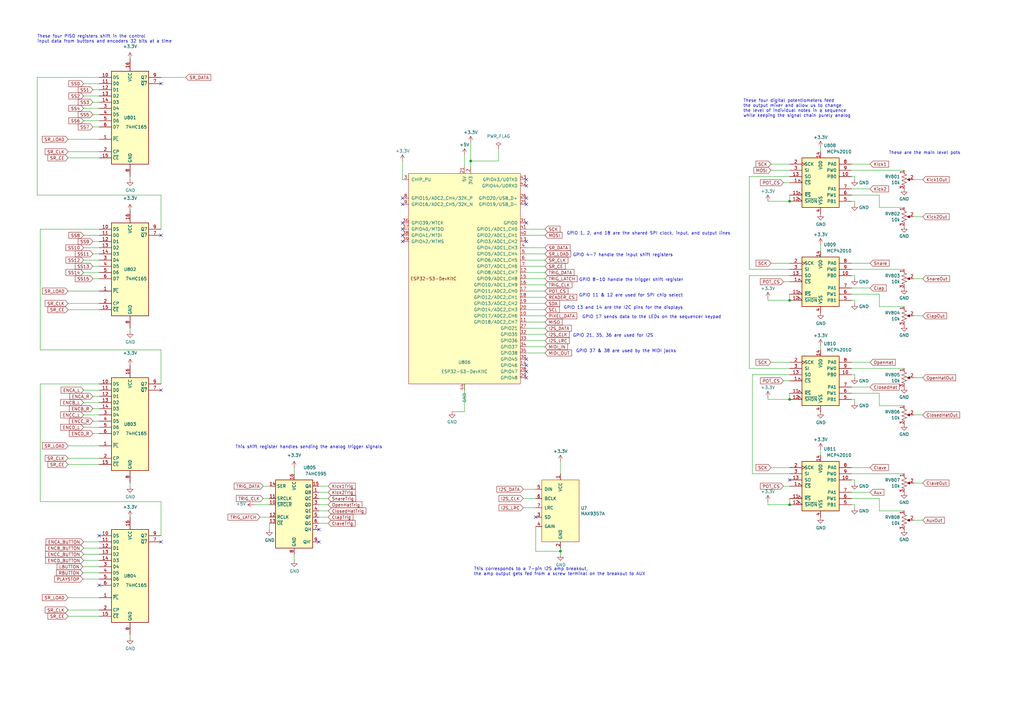
<source format=kicad_sch>
(kicad_sch (version 20230121) (generator eeschema)
  (paper "A3")
  (lib_symbols
    (symbol "74xx:74HC165"
      (property "Reference" "U" (at -7.62 19.05 0))
      (property "Value" "74HC165" (at -7.62 -21.59 0))
      (symbol "74HC165_1_0"
        (pin input line (at -12.7 -10.16 0) (length 5.08) (name "~{PL}") (number "1"))
        (pin input line (at -12.7 15.24 0) (length 5.08) (name "DS") (number "10"))
        (pin input line (at -12.7 12.7 0) (length 5.08) (name "D0") (number "11"))
        (pin input line (at -12.7 10.16 0) (length 5.08) (name "D1") (number "12"))
        (pin input line (at -12.7 7.62 0) (length 5.08) (name "D2") (number "13"))
        (pin input line (at -12.7 5.08 0) (length 5.08) (name "D3") (number "14"))
        (pin input line (at -12.7 -17.78 0) (length 5.08) (name "~{CE}") (number "15"))
        (pin power_in line (at 0 22.86 270) (length 5.08) (name "VCC") (number "16"))
        (pin input line (at -12.7 -15.24 0) (length 5.08) (name "CP") (number "2"))
        (pin input line (at -12.7 2.54 0) (length 5.08) (name "D4") (number "3"))
        (pin input line (at -12.7 0 0) (length 5.08) (name "D5") (number "4"))
        (pin input line (at -12.7 -2.54 0) (length 5.08) (name "D6") (number "5"))
        (pin input line (at -12.7 -5.08 0) (length 5.08) (name "D7") (number "6"))
        (pin output line (at 12.7 12.7 180) (length 5.08) (name "~{Q7}") (number "7"))
        (pin power_in line (at 0 -25.4 90) (length 5.08) (name "GND") (number "8"))
        (pin output line (at 12.7 15.24 180) (length 5.08) (name "Q7") (number "9"))
      )
      (symbol "74HC165_1_1"
        (rectangle (start -7.62 17.78) (end 7.62 -20.32) (stroke (width 0.254)) (fill (type background)))
      )
    )
    (symbol "74xx:74HC595"
      (property "Reference" "U" (at -7.62 13.97 0))
      (property "Value" "74HC595" (at -7.62 -16.51 0))
      (symbol "74HC595_1_0"
        (pin tri_state line (at 10.16 7.62 180) (length 2.54) (name "QB") (number "1"))
        (pin input line (at -10.16 2.54 0) (length 2.54) (name "~{SRCLR}") (number "10"))
        (pin input line (at -10.16 5.08 0) (length 2.54) (name "SRCLK") (number "11"))
        (pin input line (at -10.16 -2.54 0) (length 2.54) (name "RCLK") (number "12"))
        (pin input line (at -10.16 -5.08 0) (length 2.54) (name "~{OE}") (number "13"))
        (pin input line (at -10.16 10.16 0) (length 2.54) (name "SER") (number "14"))
        (pin tri_state line (at 10.16 10.16 180) (length 2.54) (name "QA") (number "15"))
        (pin power_in line (at 0 15.24 270) (length 2.54) (name "VCC") (number "16"))
        (pin tri_state line (at 10.16 5.08 180) (length 2.54) (name "QC") (number "2"))
        (pin tri_state line (at 10.16 2.54 180) (length 2.54) (name "QD") (number "3"))
        (pin tri_state line (at 10.16 0 180) (length 2.54) (name "QE") (number "4"))
        (pin tri_state line (at 10.16 -2.54 180) (length 2.54) (name "QF") (number "5"))
        (pin tri_state line (at 10.16 -5.08 180) (length 2.54) (name "QG") (number "6"))
        (pin tri_state line (at 10.16 -7.62 180) (length 2.54) (name "QH") (number "7"))
        (pin power_in line (at 0 -17.78 90) (length 2.54) (name "GND") (number "8"))
        (pin output line (at 10.16 -12.7 180) (length 2.54) (name "QH'") (number "9"))
      )
      (symbol "74HC595_1_1"
        (rectangle (start -7.62 12.7) (end 7.62 -15.24) (stroke (width 0.254)) (fill (type background)))
      )
    )
    (symbol "Device:R_Potentiometer_US" (pin_names (offset 1.016) hide)
      (property "Reference" "RV" (at -4.445 0 90))
      (property "Value" "R_Potentiometer_US" (at -2.54 0 90))
      (symbol "R_Potentiometer_US_0_1"
        (polyline (pts (xy 0 -2.286) (xy 0 -2.54)))
        (polyline (pts (xy 0 2.54) (xy 0 2.286)))
        (polyline (pts (xy 2.54 0) (xy 1.524 0)))
        (polyline (pts (xy 1.143 0) (xy 2.286 0.508) (xy 2.286 -0.508) (xy 1.143 0)) (fill (type outline)))
        (polyline (pts (xy 0 -0.762) (xy 1.016 -1.143) (xy 0 -1.524) (xy -1.016 -1.905) (xy 0 -2.286)))
        (polyline (pts (xy 0 0.762) (xy 1.016 0.381) (xy 0 0) (xy -1.016 -0.381) (xy 0 -0.762)))
        (polyline (pts (xy 0 2.286) (xy 1.016 1.905) (xy 0 1.524) (xy -1.016 1.143) (xy 0 0.762)))
      )
      (symbol "R_Potentiometer_US_1_1"
        (pin passive line (at 0 3.81 270) (length 1.27) (name "1") (number "1"))
        (pin passive line (at 3.81 0 180) (length 1.27) (name "2") (number "2"))
        (pin passive line (at 0 -3.81 90) (length 1.27) (name "3") (number "3"))
      )
    )
    (symbol "ESP808-rescue:MAX9357A-Audio" (pin_names (offset 1.016))
      (property "Reference" "U" (at 0 0 0))
      (property "Value" "Audio_MAX9357A" (at 0 2.54 0))
      (symbol "MAX9357A-Audio_0_1"
        (rectangle (start -7.62 -7.62) (end 7.62 -33.02) (fill (type background)))
      )
      (symbol "MAX9357A-Audio_1_1"
        (pin input line (at 0 -5.08 270) (length 2.54) (name "VCC") (number "1"))
        (pin input line (at 0 -35.56 90) (length 2.54) (name "GND") (number "2"))
        (pin input line (at -10.16 -22.86 0) (length 2.54) (name "SD") (number "3"))
        (pin input line (at -10.16 -26.67 0) (length 2.54) (name "GAIN") (number "4"))
        (pin unspecified line (at -10.16 -11.43 0) (length 2.54) (name "DIN") (number "5"))
        (pin input line (at -10.16 -15.24 0) (length 2.54) (name "BCLK") (number "6"))
        (pin input line (at -10.16 -19.05 0) (length 2.54) (name "LRC") (number "7"))
      )
    )
    (symbol "PCM_4ms_Power-symbol:PWR_FLAG" (power) (pin_numbers hide) (pin_names (offset 0) hide)
      (property "Value" "PWR_FLAG" (at 0 3.81 0))
      (symbol "PWR_FLAG_0_0"
        (pin power_out line (at 0 0 90) (length 0) (name "pwr") (number "1"))
      )
      (symbol "PWR_FLAG_0_1"
        (polyline (pts (xy 0 0) (xy 0 1.27) (xy -1.016 1.905) (xy 0 2.54) (xy 1.016 1.905) (xy 0 1.27)))
      )
    )
    (symbol "PCM_Espressif:ESP32-S3-DevKitC" (pin_names (offset 1.016))
      (property "Reference" "U" (at -22.86 48.26 0))
      (property "Value" "ESP32-S3-DevKitC" (at -22.86 45.72 0))
      (symbol "ESP32-S3-DevKitC_0_0"
        (text "ESP32-S3-DevKitC" (at -12.7 0 0) (effects (font (size 1.27 1.27))))
        (pin bidirectional line (at 25.4 -35.56 180) (length 2.54) (name "GPIO46") (number "14"))
        (pin bidirectional line (at 25.4 -10.16 180) (length 2.54) (name "GPIO13/ADC2_CH2") (number "19"))
        (pin bidirectional line (at -25.4 15.24 0) (length 2.54) (name "GPIO42/MTMS") (number "39"))
        (pin bidirectional line (at 25.4 17.78 180) (length 2.54) (name "GPIO2/ADC1_CH1") (number "40"))
        (pin bidirectional line (at 25.4 20.32 180) (length 2.54) (name "GPIO1/ADC1_CH0") (number "41"))
        (pin bidirectional line (at 25.4 38.1 180) (length 2.54) (name "GPIO44/U0RXD") (number "42"))
        (pin bidirectional line (at 25.4 40.64 180) (length 2.54) (name "GPIO43/U0TXD") (number "43"))
        (pin power_in line (at 0 -43.18 270) (length 2.54) (name "GND") (number "44"))
      )
      (symbol "ESP32-S3-DevKitC_0_1"
        (rectangle (start -22.86 43.18) (end 22.86 -43.18) (fill (type background)))
        (pin power_in line (at 2.54 45.72 270) (length 2.54) (name "3V3") (number "2"))
      )
      (symbol "ESP32-S3-DevKitC_1_1"
        (pin passive line (at 2.54 45.72 270) (length 2.54) hide (name "3V3") (number "1"))
        (pin bidirectional line (at 25.4 -15.24 180) (length 2.54) (name "GPIO17/ADC2_CH6") (number "10"))
        (pin bidirectional line (at 25.4 -17.78 180) (length 2.54) (name "GPIO18/ADC2_CH7") (number "11"))
        (pin bidirectional line (at 25.4 2.54 180) (length 2.54) (name "GPIO8/ADC1_CH7") (number "12"))
        (pin bidirectional line (at 25.4 15.24 180) (length 2.54) (name "GPIO3/ADC1_CH2") (number "13"))
        (pin bidirectional line (at 25.4 0 180) (length 2.54) (name "GPIO9/ADC1_CH8") (number "15"))
        (pin bidirectional line (at 25.4 -2.54 180) (length 2.54) (name "GPIO10/ADC1_CH9") (number "16"))
        (pin bidirectional line (at 25.4 -5.08 180) (length 2.54) (name "GPIO11/ADC2_CH0") (number "17"))
        (pin bidirectional line (at 25.4 -7.62 180) (length 2.54) (name "GPIO12/ADC2_CH1") (number "18"))
        (pin bidirectional line (at 25.4 -12.7 180) (length 2.54) (name "GPIO14/ADC2_CH3") (number "20"))
        (pin power_in line (at 0 45.72 270) (length 2.54) (name "5V") (number "21"))
        (pin passive line (at 0 -43.18 270) (length 2.54) hide (name "GND") (number "22"))
        (pin passive line (at 0 -43.18 270) (length 2.54) hide (name "GND") (number "23"))
        (pin passive line (at 0 -43.18 270) (length 2.54) hide (name "GND") (number "24"))
        (pin bidirectional line (at 25.4 30.48 180) (length 2.54) (name "GPIO19/USB_D-") (number "25"))
        (pin bidirectional line (at 25.4 33.02 180) (length 2.54) (name "GPIO20/USB_D+") (number "26"))
        (pin bidirectional line (at 25.4 -20.32 180) (length 2.54) (name "GPIO21") (number "27"))
        (pin bidirectional line (at 25.4 -38.1 180) (length 2.54) (name "GPIO47") (number "28"))
        (pin bidirectional line (at 25.4 -40.64 180) (length 2.54) (name "GPIO48") (number "29"))
        (pin input line (at -25.4 40.64 0) (length 2.54) (name "CHIP_PU") (number "3"))
        (pin bidirectional line (at 25.4 -33.02 180) (length 2.54) (name "GPIO45") (number "30"))
        (pin bidirectional line (at 25.4 22.86 180) (length 2.54) (name "GPIO0") (number "31"))
        (pin bidirectional line (at 25.4 -22.86 180) (length 2.54) (name "GPIO35") (number "32"))
        (pin bidirectional line (at 25.4 -25.4 180) (length 2.54) (name "GPIO36") (number "33"))
        (pin bidirectional line (at 25.4 -27.94 180) (length 2.54) (name "GPIO37") (number "34"))
        (pin bidirectional line (at 25.4 -30.48 180) (length 2.54) (name "GPIO38") (number "35"))
        (pin bidirectional line (at -25.4 22.86 0) (length 2.54) (name "GPIO39/MTCK") (number "36"))
        (pin bidirectional line (at -25.4 20.32 0) (length 2.54) (name "GPIO40/MTDO") (number "37"))
        (pin bidirectional line (at -25.4 17.78 0) (length 2.54) (name "GPIO41/MTDI") (number "38"))
        (pin bidirectional line (at 25.4 12.7 180) (length 2.54) (name "GPIO4/ADC1_CH3") (number "4"))
        (pin bidirectional line (at 25.4 10.16 180) (length 2.54) (name "GPIO5/ADC1_CH4") (number "5"))
        (pin bidirectional line (at 25.4 7.62 180) (length 2.54) (name "GPIO6/ADC1_CH5") (number "6"))
        (pin bidirectional line (at 25.4 5.08 180) (length 2.54) (name "GPIO7/ADC1_CH6") (number "7"))
        (pin bidirectional line (at -25.4 33.02 0) (length 2.54) (name "GPIO15/ADC2_CH4/32K_P") (number "8"))
        (pin bidirectional line (at -25.4 30.48 0) (length 2.54) (name "GPIO16/ADC2_CH5/32K_N") (number "9"))
      )
    )
    (symbol "Potentiometer_Digital:MCP42010" (pin_names (offset 1.016))
      (property "Reference" "U" (at -7.62 11.43 0))
      (property "Value" "MCP42010" (at 2.54 11.43 0))
      (symbol "MCP42010_0_1"
        (rectangle (start -7.62 10.16) (end 7.62 -10.16) (stroke (width 0.254)) (fill (type background)))
      )
      (symbol "MCP42010_1_1"
        (pin input input_low (at -12.7 0 0) (length 5.08) (name "~{CS}") (number "1"))
        (pin passive line (at 12.7 2.54 180) (length 5.08) (name "PB0") (number "10"))
        (pin input input_low (at -12.7 -5.08 0) (length 5.08) (name "~{RS}") (number "11"))
        (pin input input_low (at -12.7 -7.62 0) (length 5.08) (name "~{SHDN}") (number "12"))
        (pin output line (at -12.7 2.54 0) (length 5.08) (name "SO") (number "13"))
        (pin power_in line (at 0 12.7 270) (length 2.54) (name "VDD") (number "14"))
        (pin input clock (at -12.7 7.62 0) (length 5.08) (name "SCK") (number "2"))
        (pin input line (at -12.7 5.08 0) (length 5.08) (name "SI") (number "3"))
        (pin power_in line (at 0 -12.7 90) (length 2.54) (name "VSS") (number "4"))
        (pin passive line (at 12.7 -7.62 180) (length 5.08) (name "PB1") (number "5"))
        (pin passive line (at 12.7 -5.08 180) (length 5.08) (name "PW1") (number "6"))
        (pin passive line (at 12.7 -2.54 180) (length 5.08) (name "PA1") (number "7"))
        (pin passive line (at 12.7 7.62 180) (length 5.08) (name "PA0") (number "8"))
        (pin passive line (at 12.7 5.08 180) (length 5.08) (name "PW0") (number "9"))
      )
    )
    (symbol "power:+3.3V" (power) (pin_names (offset 0))
      (property "Value" "+3.3V" (at 0 3.556 0))
      (symbol "+3.3V_0_1"
        (polyline (pts (xy -0.762 1.27) (xy 0 2.54)))
        (polyline (pts (xy 0 0) (xy 0 2.54)))
        (polyline (pts (xy 0 2.54) (xy 0.762 1.27)))
      )
      (symbol "+3.3V_1_1"
        (pin power_in line (at 0 0 90) (length 0) hide (name "+3.3V") (number "1"))
      )
    )
    (symbol "power:+5V" (power) (pin_names (offset 0))
      (property "Value" "+5V" (at 0 3.556 0))
      (symbol "+5V_0_1"
        (polyline (pts (xy -0.762 1.27) (xy 0 2.54)))
        (polyline (pts (xy 0 0) (xy 0 2.54)))
        (polyline (pts (xy 0 2.54) (xy 0.762 1.27)))
      )
      (symbol "+5V_1_1"
        (pin power_in line (at 0 0 90) (length 0) hide (name "+5V") (number "1"))
      )
    )
    (symbol "power:GND" (power) (pin_names (offset 0))
      (property "Value" "GND" (at 0 -3.81 0))
      (symbol "GND_0_1"
        (polyline (pts (xy 0 0) (xy 0 -1.27) (xy 1.27 -1.27) (xy 0 -2.54) (xy -1.27 -1.27) (xy 0 -1.27)))
      )
      (symbol "GND_1_1"
        (pin power_in line (at 0 0 270) (length 0) hide (name "GND") (number "1"))
      )
    )
  )
  (junction (at 323.85 163.83))
  (junction (at 323.85 82.55))
  (junction (at 323.85 123.19))
  (junction (at 323.85 207.01))
  (junction (at 193.04 66.04))
  (junction (at 229.87 226.06))
  (no_connect (at 66.04 34.29))
  (no_connect (at 40.64 240.03))
  (no_connect (at 215.9 154.94))
  (no_connect (at 165.1 96.52))
  (no_connect (at 165.1 81.28))
  (no_connect (at 215.9 83.82))
  (no_connect (at 165.1 99.06))
  (no_connect (at 165.1 93.98))
  (no_connect (at 215.9 76.2))
  (no_connect (at 215.9 73.66))
  (no_connect (at 66.04 222.25))
  (no_connect (at 66.04 96.52))
  (no_connect (at 215.9 99.06))
  (no_connect (at 40.64 219.71))
  (no_connect (at 215.9 149.86))
  (no_connect (at 66.04 160.02))
  (no_connect (at 130.81 217.17))
  (no_connect (at 323.85 196.85))
  (no_connect (at 215.9 147.32))
  (no_connect (at 215.9 152.4))
  (no_connect (at 215.9 91.44))
  (no_connect (at 130.81 222.25))
  (no_connect (at 165.1 83.82))
  (no_connect (at 219.71 212.09))
  (no_connect (at 165.1 91.44))
  (no_connect (at 215.9 81.28))
  (wire (pts (xy 323.85 123.19) (xy 314.96 123.19)))
  (wire (pts (xy 15.24 80.01) (xy 66.04 80.01)))
  (wire (pts (xy 38.1 162.56) (xy 40.64 162.56)))
  (wire (pts (xy 314.96 163.83) (xy 323.85 163.83)))
  (wire (pts (xy 27.94 64.77) (xy 40.64 64.77)))
  (wire (pts (xy 350.52 73.66) (xy 350.52 72.39)))
  (wire (pts (xy 336.55 141.732) (xy 336.55 143.51)))
  (wire (pts (xy 53.34 135.89) (xy 53.34 134.62)))
  (wire (pts (xy 215.9 93.98) (xy 223.52 93.98)))
  (wire (pts (xy 66.04 205.74) (xy 66.04 219.71)))
  (wire (pts (xy 34.29 160.02) (xy 40.64 160.02)))
  (wire (pts (xy 321.31 156.21) (xy 323.85 156.21)))
  (wire (pts (xy 360.68 85.09) (xy 370.84 85.09)))
  (wire (pts (xy 360.68 161.29) (xy 360.68 166.37)))
  (wire (pts (xy 34.29 222.25) (xy 40.64 222.25)))
  (wire (pts (xy 356.87 67.31) (xy 349.25 67.31)))
  (wire (pts (xy 204.47 66.04) (xy 193.04 66.04)))
  (wire (pts (xy 307.34 151.13) (xy 323.85 151.13)))
  (wire (pts (xy 350.52 83.82) (xy 350.52 82.55)))
  (wire (pts (xy 350.52 153.67) (xy 349.25 153.67)))
  (wire (pts (xy 229.87 189.23) (xy 229.87 194.31)))
  (wire (pts (xy 34.29 111.76) (xy 40.64 111.76)))
  (wire (pts (xy 130.81 201.93) (xy 134.62 201.93)))
  (wire (pts (xy 356.87 201.93) (xy 349.25 201.93)))
  (wire (pts (xy 53.34 73.66) (xy 53.34 72.39)))
  (wire (pts (xy 307.34 113.03) (xy 307.34 151.13)))
  (wire (pts (xy 38.1 114.3) (xy 40.64 114.3)))
  (wire (pts (xy 314.96 207.01) (xy 323.85 207.01)))
  (wire (pts (xy 350.52 163.83) (xy 349.25 163.83)))
  (wire (pts (xy 215.9 137.16) (xy 223.52 137.16)))
  (wire (pts (xy 314.96 163.068) (xy 314.96 163.83)))
  (wire (pts (xy 40.64 157.48) (xy 16.51 157.48)))
  (wire (pts (xy 350.52 113.03) (xy 349.25 113.03)))
  (wire (pts (xy 215.9 119.38) (xy 223.52 119.38)))
  (wire (pts (xy 215.9 106.68) (xy 223.52 106.68)))
  (wire (pts (xy 356.87 107.95) (xy 349.25 107.95)))
  (wire (pts (xy 34.29 49.53) (xy 40.64 49.53)))
  (wire (pts (xy 360.68 80.01) (xy 360.68 85.09)))
  (wire (pts (xy 27.94 57.15) (xy 40.64 57.15)))
  (wire (pts (xy 374.65 213.36) (xy 378.46 213.36)))
  (wire (pts (xy 316.23 107.95) (xy 323.85 107.95)))
  (wire (pts (xy 38.1 104.14) (xy 40.64 104.14)))
  (wire (pts (xy 215.9 139.7) (xy 223.52 139.7)))
  (wire (pts (xy 38.1 36.83) (xy 40.64 36.83)))
  (wire (pts (xy 34.29 106.68) (xy 40.64 106.68)))
  (wire (pts (xy 16.51 143.51) (xy 66.04 143.51)))
  (wire (pts (xy 34.29 224.79) (xy 40.64 224.79)))
  (wire (pts (xy 307.34 72.39) (xy 323.85 72.39)))
  (wire (pts (xy 350.52 208.28) (xy 350.52 207.01)))
  (wire (pts (xy 106.68 212.09) (xy 110.49 212.09)))
  (wire (pts (xy 374.65 88.9) (xy 378.46 88.9)))
  (wire (pts (xy 34.29 101.6) (xy 40.64 101.6)))
  (wire (pts (xy 190.5 168.91) (xy 185.42 168.91)))
  (wire (pts (xy 323.85 153.67) (xy 308.61 153.67)))
  (wire (pts (xy 323.85 80.01) (xy 323.85 82.55)))
  (wire (pts (xy 214.63 204.47) (xy 219.71 204.47)))
  (wire (pts (xy 130.81 214.63) (xy 134.62 214.63)))
  (wire (pts (xy 130.81 199.39) (xy 134.62 199.39)))
  (wire (pts (xy 356.87 158.75) (xy 349.25 158.75)))
  (wire (pts (xy 34.29 39.37) (xy 40.64 39.37)))
  (wire (pts (xy 215.9 109.22) (xy 223.52 109.22)))
  (wire (pts (xy 34.29 175.26) (xy 40.64 175.26)))
  (wire (pts (xy 27.94 190.5) (xy 40.64 190.5)))
  (wire (pts (xy 34.29 165.1) (xy 40.64 165.1)))
  (wire (pts (xy 323.85 161.29) (xy 323.85 163.83)))
  (wire (pts (xy 314.96 123.19) (xy 314.96 122.428)))
  (wire (pts (xy 27.94 127) (xy 40.64 127)))
  (wire (pts (xy 40.64 93.98) (xy 16.51 93.98)))
  (wire (pts (xy 350.52 72.39) (xy 349.25 72.39)))
  (wire (pts (xy 349.25 161.29) (xy 360.68 161.29)))
  (wire (pts (xy 374.65 154.94) (xy 378.46 154.94)))
  (wire (pts (xy 214.63 208.28) (xy 219.71 208.28)))
  (wire (pts (xy 130.81 209.55) (xy 134.62 209.55)))
  (wire (pts (xy 107.95 199.39) (xy 110.49 199.39)))
  (wire (pts (xy 215.9 111.76) (xy 223.52 111.76)))
  (wire (pts (xy 323.85 120.65) (xy 323.85 123.19)))
  (wire (pts (xy 350.52 165.1) (xy 350.52 163.83)))
  (wire (pts (xy 34.29 229.87) (xy 40.64 229.87)))
  (wire (pts (xy 53.34 261.62) (xy 53.34 260.35)))
  (wire (pts (xy 107.95 204.47) (xy 110.49 204.47)))
  (wire (pts (xy 27.94 182.88) (xy 40.64 182.88)))
  (wire (pts (xy 27.94 62.23) (xy 40.64 62.23)))
  (wire (pts (xy 215.9 114.3) (xy 223.52 114.3)))
  (wire (pts (xy 350.52 207.01) (xy 349.25 207.01)))
  (wire (pts (xy 316.23 191.77) (xy 323.85 191.77)))
  (wire (pts (xy 321.31 115.57) (xy 323.85 115.57)))
  (wire (pts (xy 215.9 144.78) (xy 223.52 144.78)))
  (wire (pts (xy 130.81 212.09) (xy 134.62 212.09)))
  (wire (pts (xy 323.85 204.47) (xy 323.85 207.01)))
  (wire (pts (xy 336.55 60.452) (xy 336.55 62.23)))
  (wire (pts (xy 110.49 217.17) (xy 110.49 214.63)))
  (wire (pts (xy 314.96 205.74) (xy 314.96 207.01)))
  (wire (pts (xy 356.87 77.47) (xy 349.25 77.47)))
  (wire (pts (xy 215.9 142.24) (xy 223.52 142.24)))
  (wire (pts (xy 193.04 58.42) (xy 193.04 66.04)))
  (wire (pts (xy 219.71 226.06) (xy 229.87 226.06)))
  (wire (pts (xy 215.9 129.54) (xy 223.52 129.54)))
  (wire (pts (xy 321.31 199.39) (xy 323.85 199.39)))
  (wire (pts (xy 349.25 110.49) (xy 370.84 110.49)))
  (wire (pts (xy 349.25 120.65) (xy 360.68 120.65)))
  (wire (pts (xy 308.61 153.67) (xy 308.61 194.31)))
  (wire (pts (xy 350.52 123.19) (xy 349.25 123.19)))
  (wire (pts (xy 16.51 205.74) (xy 66.04 205.74)))
  (wire (pts (xy 27.94 119.38) (xy 40.64 119.38)))
  (wire (pts (xy 360.68 166.37) (xy 370.84 166.37)))
  (wire (pts (xy 27.94 245.11) (xy 40.64 245.11)))
  (wire (pts (xy 350.52 154.94) (xy 350.52 153.67)))
  (wire (pts (xy 34.036 234.95) (xy 40.64 234.95)))
  (wire (pts (xy 215.9 121.92) (xy 223.52 121.92)))
  (wire (pts (xy 53.34 199.39) (xy 53.34 198.12)))
  (wire (pts (xy 38.1 99.06) (xy 40.64 99.06)))
  (wire (pts (xy 27.94 250.19) (xy 40.64 250.19)))
  (wire (pts (xy 214.63 200.66) (xy 219.71 200.66)))
  (wire (pts (xy 360.68 204.47) (xy 360.68 209.55)))
  (wire (pts (xy 34.29 227.33) (xy 40.64 227.33)))
  (wire (pts (xy 360.68 209.55) (xy 370.84 209.55)))
  (wire (pts (xy 374.65 198.12) (xy 378.46 198.12)))
  (wire (pts (xy 321.31 74.93) (xy 323.85 74.93)))
  (wire (pts (xy 27.94 187.96) (xy 40.64 187.96)))
  (wire (pts (xy 374.65 114.3) (xy 378.46 114.3)))
  (wire (pts (xy 350.52 198.12) (xy 350.52 196.85)))
  (wire (pts (xy 350.52 114.3) (xy 350.52 113.03)))
  (wire (pts (xy 16.51 93.98) (xy 16.51 143.51)))
  (wire (pts (xy 350.52 196.85) (xy 349.25 196.85)))
  (wire (pts (xy 34.036 237.49) (xy 40.64 237.49)))
  (wire (pts (xy 316.23 148.59) (xy 323.85 148.59)))
  (wire (pts (xy 316.23 69.85) (xy 323.85 69.85)))
  (wire (pts (xy 215.9 127) (xy 223.52 127)))
  (wire (pts (xy 215.9 124.46) (xy 223.52 124.46)))
  (wire (pts (xy 215.9 116.84) (xy 223.52 116.84)))
  (wire (pts (xy 204.47 60.96) (xy 204.47 66.04)))
  (wire (pts (xy 190.5 157.48) (xy 190.5 168.91)))
  (wire (pts (xy 356.87 118.11) (xy 349.25 118.11)))
  (wire (pts (xy 219.71 215.9) (xy 219.71 226.06)))
  (wire (pts (xy 120.65 191.77) (xy 120.65 194.31)))
  (wire (pts (xy 307.34 110.49) (xy 323.85 110.49)))
  (wire (pts (xy 16.51 157.48) (xy 16.51 205.74)))
  (wire (pts (xy 350.52 82.55) (xy 349.25 82.55)))
  (wire (pts (xy 349.25 204.47) (xy 360.68 204.47)))
  (wire (pts (xy 38.1 167.64) (xy 40.64 167.64)))
  (wire (pts (xy 27.94 252.73) (xy 40.64 252.73)))
  (wire (pts (xy 66.04 80.01) (xy 66.04 93.98)))
  (wire (pts (xy 15.24 31.75) (xy 15.24 80.01)))
  (wire (pts (xy 38.1 172.72) (xy 40.64 172.72)))
  (wire (pts (xy 349.25 151.13) (xy 370.84 151.13)))
  (wire (pts (xy 307.34 113.03) (xy 323.85 113.03)))
  (wire (pts (xy 215.9 104.14) (xy 223.52 104.14)))
  (wire (pts (xy 34.29 34.29) (xy 40.64 34.29)))
  (wire (pts (xy 356.87 191.77) (xy 349.25 191.77)))
  (wire (pts (xy 374.65 170.18) (xy 378.46 170.18)))
  (wire (pts (xy 349.25 194.31) (xy 370.84 194.31)))
  (wire (pts (xy 40.64 31.75) (xy 15.24 31.75)))
  (wire (pts (xy 38.1 177.8) (xy 40.64 177.8)))
  (wire (pts (xy 350.52 124.46) (xy 350.52 123.19)))
  (wire (pts (xy 215.9 132.08) (xy 223.52 132.08)))
  (wire (pts (xy 38.1 46.99) (xy 40.64 46.99)))
  (wire (pts (xy 66.04 143.51) (xy 66.04 157.48)))
  (wire (pts (xy 215.9 101.6) (xy 223.52 101.6)))
  (wire (pts (xy 316.23 67.31) (xy 323.85 67.31)))
  (wire (pts (xy 356.87 148.59) (xy 349.25 148.59)))
  (wire (pts (xy 34.29 96.52) (xy 40.64 96.52)))
  (wire (pts (xy 193.04 66.04) (xy 193.04 68.58)))
  (wire (pts (xy 130.81 207.01) (xy 134.62 207.01)))
  (wire (pts (xy 308.61 194.31) (xy 323.85 194.31)))
  (wire (pts (xy 120.65 229.87) (xy 120.65 227.33)))
  (wire (pts (xy 349.25 69.85) (xy 370.84 69.85)))
  (wire (pts (xy 215.9 96.52) (xy 223.52 96.52)))
  (wire (pts (xy 165.1 66.04) (xy 165.1 73.66)))
  (wire (pts (xy 314.96 82.55) (xy 323.85 82.55)))
  (wire (pts (xy 27.94 124.46) (xy 40.64 124.46)))
  (wire (pts (xy 104.14 207.01) (xy 110.49 207.01)))
  (wire (pts (xy 374.65 73.66) (xy 378.46 73.66)))
  (wire (pts (xy 215.9 134.62) (xy 223.52 134.62)))
  (wire (pts (xy 38.1 109.22) (xy 40.64 109.22)))
  (wire (pts (xy 336.55 184.404) (xy 336.55 186.69)))
  (wire (pts (xy 38.1 41.91) (xy 40.64 41.91)))
  (wire (pts (xy 190.5 63.5) (xy 190.5 68.58)))
  (wire (pts (xy 360.68 125.73) (xy 370.84 125.73)))
  (wire (pts (xy 336.55 100.33) (xy 336.55 102.87)))
  (wire (pts (xy 76.2 31.75) (xy 66.04 31.75)))
  (wire (pts (xy 229.87 227.33) (xy 229.87 226.06)))
  (wire (pts (xy 307.34 72.39) (xy 307.34 110.49)))
  (wire (pts (xy 34.29 44.45) (xy 40.64 44.45)))
  (wire (pts (xy 130.81 204.47) (xy 134.62 204.47)))
  (wire (pts (xy 349.25 80.01) (xy 360.68 80.01)))
  (wire (pts (xy 229.87 226.06) (xy 229.87 224.79)))
  (wire (pts (xy 38.1 52.07) (xy 40.64 52.07)))
  (wire (pts (xy 34.036 232.41) (xy 40.64 232.41)))
  (wire (pts (xy 34.29 170.18) (xy 40.64 170.18)))
  (wire (pts (xy 360.68 120.65) (xy 360.68 125.73)))
  (wire (pts (xy 374.65 129.54) (xy 378.46 129.54)))
  (text "This corresponds to a 7-pin I2S amp breakout, \nthe amp output gets fed from a screw terminal on the breakout to AUX" (at 194.31 236.22 0) (effects (font (size 1.27 1.27)) (justify left bottom)))
  (text "GPIO 37 & 38 are used by the MIDI jacks" (at 236.22 144.78 0) (effects (font (size 1.27 1.27)) (justify left bottom)))
  (text "GPIO 11 & 12 are used for SPI chip select" (at 237.49 121.92 0) (effects (font (size 1.27 1.27)) (justify left bottom)))
  (text "GPIO 21, 35, 36 are used for I2S" (at 234.95 138.43 0) (effects (font (size 1.27 1.27)) (justify left bottom)))
  (text "GPIO 1, 2, and 18 are the shared SPI clock, input, and output lines" (at 232.41 96.52 0) (effects (font (size 1.27 1.27)) (justify left bottom)))
  (text "These four PISO registers shift in the control \ninput data from buttons and encoders 32 bits at a time" (at 15.24 17.78 0) (effects (font (size 1.27 1.27)) (justify left bottom)))
  (text "GPIO 17 sends data to the LEDs on the sequencer keypad" (at 238.76 130.81 0) (effects (font (size 1.27 1.27)) (justify left bottom)))
  (text "This shift register handles sending the analog trigger signals\n" (at 96.52 184.15 0) (effects (font (size 1.27 1.27)) (justify left bottom)))
  (text "GPIO 4-7 handle the input shift registers" (at 234.95 105.41 0) (effects (font (size 1.27 1.27)) (justify left bottom)))
  (text "These four digital potentiometers feed \nthe output mixer and allow us to change \nthe level of individual notes in a sequence \nwhile keeping the signal chain purely analog" (at 304.8 48.26 0) (effects (font (size 1.27 1.27)) (justify left bottom)))
  (text "These are the main level pots" (at 364.49 63.5 0) (effects (font (size 1.27 1.27)) (justify left bottom)))
  (text "GPIO 13 and 14 are the I2C pins for the displays" (at 231.14 127 0) (effects (font (size 1.27 1.27)) (justify left bottom)))
  (text "GPIO 8-10 handle the trigger shift register" (at 237.49 115.57 0) (effects (font (size 1.27 1.27)) (justify left bottom)))
  (global_label "ClapTrig" (shape input) (at 134.62 212.09 0) (property "Intersheetrefs" "${INTERSHEET_REFS}" (effects hide)))
  (global_label "SS8" (shape input) (at 34.29 96.52 180) (property "Intersheetrefs" "${INTERSHEET_REFS}" (effects hide)))
  (global_label "SnareOut" (shape input) (at 378.46 114.3 0) (property "Intersheetrefs" "${INTERSHEET_REFS}" (effects hide)))
  (global_label "SCK" (shape input) (at 223.52 93.98 0) (property "Intersheetrefs" "${INTERSHEET_REFS}" (effects hide)))
  (global_label "SS5" (shape input) (at 38.1 46.99 180) (property "Intersheetrefs" "${INTERSHEET_REFS}" (effects hide)))
  (global_label "TRIG_DATA" (shape input) (at 107.95 199.39 180) (property "Intersheetrefs" "${INTERSHEET_REFS}" (effects hide)))
  (global_label "SR_LOAD" (shape input) (at 27.94 119.38 180) (property "Intersheetrefs" "${INTERSHEET_REFS}" (effects hide)))
  (global_label "Kick2Trig" (shape input) (at 134.62 201.93 0) (property "Intersheetrefs" "${INTERSHEET_REFS}" (effects hide)))
  (global_label "ENCA_R" (shape input) (at 38.1 162.56 180) (property "Intersheetrefs" "${INTERSHEET_REFS}" (effects hide)))
  (global_label "SR_DATA" (shape input) (at 223.52 101.6 0) (property "Intersheetrefs" "${INTERSHEET_REFS}" (effects hide)))
  (global_label "SS6" (shape input) (at 34.29 49.53 180) (property "Intersheetrefs" "${INTERSHEET_REFS}" (effects hide)))
  (global_label "RBUTTON" (shape input) (at 34.036 234.95 180) (property "Intersheetrefs" "${INTERSHEET_REFS}" (effects hide)))
  (global_label "Clave" (shape input) (at 356.87 191.77 0) (property "Intersheetrefs" "${INTERSHEET_REFS}" (effects hide)))
  (global_label "SDA" (shape input) (at 223.52 124.46 0) (property "Intersheetrefs" "${INTERSHEET_REFS}" (effects hide)))
  (global_label "LBUTTON" (shape input) (at 34.036 232.41 180) (property "Intersheetrefs" "${INTERSHEET_REFS}" (effects hide)))
  (global_label "SR_DATA" (shape input) (at 76.2 31.75 0) (property "Intersheetrefs" "${INTERSHEET_REFS}" (effects hide)))
  (global_label "Kick1Trig" (shape input) (at 134.62 199.39 0) (property "Intersheetrefs" "${INTERSHEET_REFS}" (effects hide)))
  (global_label "SnareTrig" (shape input) (at 134.62 204.47 0) (property "Intersheetrefs" "${INTERSHEET_REFS}" (effects hide)))
  (global_label "SR_CE" (shape input) (at 27.94 127 180) (property "Intersheetrefs" "${INTERSHEET_REFS}" (effects hide)))
  (global_label "SR_CE" (shape input) (at 27.94 252.73 180) (property "Intersheetrefs" "${INTERSHEET_REFS}" (effects hide)))
  (global_label "SS13" (shape input) (at 38.1 109.22 180) (property "Intersheetrefs" "${INTERSHEET_REFS}" (effects hide)))
  (global_label "SR_CLK" (shape input) (at 27.94 124.46 180) (property "Intersheetrefs" "${INTERSHEET_REFS}" (effects hide)))
  (global_label "ENCA_L" (shape input) (at 34.29 160.02 180) (property "Intersheetrefs" "${INTERSHEET_REFS}" (effects hide)))
  (global_label "ClaveOut" (shape input) (at 378.46 198.12 0) (property "Intersheetrefs" "${INTERSHEET_REFS}" (effects hide)))
  (global_label "Clap" (shape input) (at 356.87 118.11 0) (property "Intersheetrefs" "${INTERSHEET_REFS}" (effects hide)))
  (global_label "TRIG_CLK" (shape input) (at 223.52 116.84 0) (property "Intersheetrefs" "${INTERSHEET_REFS}" (effects hide)))
  (global_label "PLAYSTOP" (shape input) (at 34.036 237.49 180) (property "Intersheetrefs" "${INTERSHEET_REFS}" (effects hide)))
  (global_label "POT_CS" (shape input) (at 321.31 156.21 180) (property "Intersheetrefs" "${INTERSHEET_REFS}" (effects hide)))
  (global_label "MOSI" (shape input) (at 223.52 96.52 0) (property "Intersheetrefs" "${INTERSHEET_REFS}" (effects hide)))
  (global_label "SS11" (shape input) (at 38.1 104.14 180) (property "Intersheetrefs" "${INTERSHEET_REFS}" (effects hide)))
  (global_label "POT_CS" (shape input) (at 223.52 119.38 0) (property "Intersheetrefs" "${INTERSHEET_REFS}" (effects hide)))
  (global_label "PIXEL_DATA" (shape input) (at 223.52 129.54 0) (property "Intersheetrefs" "${INTERSHEET_REFS}" (effects hide)))
  (global_label "READER_CS" (shape input) (at 223.52 121.92 0) (property "Intersheetrefs" "${INTERSHEET_REFS}" (effects hide)))
  (global_label "I2S_DATA" (shape input) (at 223.52 134.62 0) (property "Intersheetrefs" "${INTERSHEET_REFS}" (effects hide)))
  (global_label "ClosedHatOut" (shape input) (at 378.46 170.18 0) (property "Intersheetrefs" "${INTERSHEET_REFS}" (effects hide)))
  (global_label "SCK" (shape input) (at 316.23 148.59 180) (property "Intersheetrefs" "${INTERSHEET_REFS}" (effects hide)))
  (global_label "AuxOut" (shape input) (at 378.46 213.36 0) (property "Intersheetrefs" "${INTERSHEET_REFS}" (effects hide)))
  (global_label "SR_LOAD" (shape input) (at 223.52 104.14 0) (property "Intersheetrefs" "${INTERSHEET_REFS}" (effects hide)))
  (global_label "I2S_DATA" (shape input) (at 214.63 200.66 180) (property "Intersheetrefs" "${INTERSHEET_REFS}" (effects hide)))
  (global_label "POT_CS" (shape input) (at 321.31 74.93 180) (property "Intersheetrefs" "${INTERSHEET_REFS}" (effects hide)))
  (global_label "SS3" (shape input) (at 38.1 41.91 180) (property "Intersheetrefs" "${INTERSHEET_REFS}" (effects hide)))
  (global_label "I2S_LRC" (shape input) (at 214.63 208.28 180) (property "Intersheetrefs" "${INTERSHEET_REFS}" (effects hide)))
  (global_label "ENCC_L" (shape input) (at 34.29 170.18 180) (property "Intersheetrefs" "${INTERSHEET_REFS}" (effects hide)))
  (global_label "SR_LOAD" (shape input) (at 27.94 245.11 180) (property "Intersheetrefs" "${INTERSHEET_REFS}" (effects hide)))
  (global_label "ENCC_BUTTON" (shape input) (at 34.29 227.33 180) (property "Intersheetrefs" "${INTERSHEET_REFS}" (effects hide)))
  (global_label "Kick1Out" (shape input) (at 378.46 73.66 0) (property "Intersheetrefs" "${INTERSHEET_REFS}" (effects hide)))
  (global_label "Kick1" (shape input) (at 356.87 67.31 0) (property "Intersheetrefs" "${INTERSHEET_REFS}" (effects hide)))
  (global_label "ENCB_R" (shape input) (at 38.1 167.64 180) (property "Intersheetrefs" "${INTERSHEET_REFS}" (effects hide)))
  (global_label "SS1" (shape input) (at 38.1 36.83 180) (property "Intersheetrefs" "${INTERSHEET_REFS}" (effects hide)))
  (global_label "ENCB_BUTTON" (shape input) (at 34.29 224.79 180) (property "Intersheetrefs" "${INTERSHEET_REFS}" (effects hide)))
  (global_label "TRIG_LATCH" (shape input) (at 223.52 114.3 0) (property "Intersheetrefs" "${INTERSHEET_REFS}" (effects hide)))
  (global_label "SS9" (shape input) (at 38.1 99.06 180) (property "Intersheetrefs" "${INTERSHEET_REFS}" (effects hide)))
  (global_label "OpenHatTrig" (shape input) (at 134.62 207.01 0) (property "Intersheetrefs" "${INTERSHEET_REFS}" (effects hide)))
  (global_label "SR_LOAD" (shape input) (at 27.94 57.15 180) (property "Intersheetrefs" "${INTERSHEET_REFS}" (effects hide)))
  (global_label "SR_CLK" (shape input) (at 27.94 62.23 180) (property "Intersheetrefs" "${INTERSHEET_REFS}" (effects hide)))
  (global_label "SS7" (shape input) (at 38.1 52.07 180) (property "Intersheetrefs" "${INTERSHEET_REFS}" (effects hide)))
  (global_label "I2S_CLK" (shape input) (at 214.63 204.47 180) (property "Intersheetrefs" "${INTERSHEET_REFS}" (effects hide)))
  (global_label "MISO" (shape input) (at 223.52 132.08 0) (property "Intersheetrefs" "${INTERSHEET_REFS}" (effects hide)))
  (global_label "ENCD_BUTTON" (shape input) (at 34.29 229.87 180) (property "Intersheetrefs" "${INTERSHEET_REFS}" (effects hide)))
  (global_label "SR_CE" (shape input) (at 223.52 109.22 0) (property "Intersheetrefs" "${INTERSHEET_REFS}" (effects hide)))
  (global_label "Kick2" (shape input) (at 356.87 77.47 0) (property "Intersheetrefs" "${INTERSHEET_REFS}" (effects hide)))
  (global_label "SR_CLK" (shape input) (at 223.52 106.68 0) (property "Intersheetrefs" "${INTERSHEET_REFS}" (effects hide)))
  (global_label "TRIG_LATCH" (shape input) (at 106.68 212.09 180) (property "Intersheetrefs" "${INTERSHEET_REFS}" (effects hide)))
  (global_label "SS10" (shape input) (at 34.29 101.6 180) (property "Intersheetrefs" "${INTERSHEET_REFS}" (effects hide)))
  (global_label "I2S_LRC" (shape input) (at 223.52 139.7 0) (property "Intersheetrefs" "${INTERSHEET_REFS}" (effects hide)))
  (global_label "SR_CLK" (shape input) (at 27.94 187.96 180) (property "Intersheetrefs" "${INTERSHEET_REFS}" (effects hide)))
  (global_label "SS15" (shape input) (at 38.1 114.3 180) (property "Intersheetrefs" "${INTERSHEET_REFS}" (effects hide)))
  (global_label "ClaveTrig" (shape input) (at 134.62 214.63 0) (property "Intersheetrefs" "${INTERSHEET_REFS}" (effects hide)))
  (global_label "SR_LOAD" (shape input) (at 27.94 182.88 180) (property "Intersheetrefs" "${INTERSHEET_REFS}" (effects hide)))
  (global_label "POT_CS" (shape input) (at 321.31 199.39 180) (property "Intersheetrefs" "${INTERSHEET_REFS}" (effects hide)))
  (global_label "MOSI" (shape input) (at 316.23 69.85 180) (property "Intersheetrefs" "${INTERSHEET_REFS}" (effects hide)))
  (global_label "Aux" (shape input) (at 356.87 201.93 0) (property "Intersheetrefs" "${INTERSHEET_REFS}" (effects hide)))
  (global_label "SR_CLK" (shape input) (at 27.94 250.19 180) (property "Intersheetrefs" "${INTERSHEET_REFS}" (effects hide)))
  (global_label "SCK" (shape input) (at 316.23 67.31 180) (property "Intersheetrefs" "${INTERSHEET_REFS}" (effects hide)))
  (global_label "SS2" (shape input) (at 34.29 39.37 180) (property "Intersheetrefs" "${INTERSHEET_REFS}" (effects hide)))
  (global_label "ENCD_L" (shape input) (at 34.29 175.26 180) (property "Intersheetrefs" "${INTERSHEET_REFS}" (effects hide)))
  (global_label "ENCA_BUTTON" (shape input) (at 34.29 222.25 180) (property "Intersheetrefs" "${INTERSHEET_REFS}" (effects hide)))
  (global_label "MIDI_OUT" (shape input) (at 223.52 144.78 0) (property "Intersheetrefs" "${INTERSHEET_REFS}" (effects hide)))
  (global_label "SCL" (shape input) (at 223.52 127 0) (property "Intersheetrefs" "${INTERSHEET_REFS}" (effects hide)))
  (global_label "ENCD_R" (shape input) (at 38.1 177.8 180) (property "Intersheetrefs" "${INTERSHEET_REFS}" (effects hide)))
  (global_label "I2S_CLK" (shape input) (at 223.52 137.16 0) (property "Intersheetrefs" "${INTERSHEET_REFS}" (effects hide)))
  (global_label "SCK" (shape input) (at 316.23 107.95 180) (property "Intersheetrefs" "${INTERSHEET_REFS}" (effects hide)))
  (global_label "SCK" (shape input) (at 316.23 191.77 180) (property "Intersheetrefs" "${INTERSHEET_REFS}" (effects hide)))
  (global_label "ENCB_L" (shape input) (at 34.29 165.1 180) (property "Intersheetrefs" "${INTERSHEET_REFS}" (effects hide)))
  (global_label "OpenHatOut" (shape input) (at 378.46 154.94 0) (property "Intersheetrefs" "${INTERSHEET_REFS}" (effects hide)))
  (global_label "SS12" (shape input) (at 34.29 106.68 180) (property "Intersheetrefs" "${INTERSHEET_REFS}" (effects hide)))
  (global_label "ClosedHat" (shape input) (at 356.87 158.75 0) (property "Intersheetrefs" "${INTERSHEET_REFS}" (effects hide)))
  (global_label "ClosedHatTrig" (shape input) (at 134.62 209.55 0) (property "Intersheetrefs" "${INTERSHEET_REFS}" (effects hide)))
  (global_label "TRIG_DATA" (shape input) (at 223.52 111.76 0) (property "Intersheetrefs" "${INTERSHEET_REFS}" (effects hide)))
  (global_label "SS4" (shape input) (at 34.29 44.45 180) (property "Intersheetrefs" "${INTERSHEET_REFS}" (effects hide)))
  (global_label "SS0" (shape input) (at 34.29 34.29 180) (property "Intersheetrefs" "${INTERSHEET_REFS}" (effects hide)))
  (global_label "SR_CE" (shape input) (at 27.94 64.77 180) (property "Intersheetrefs" "${INTERSHEET_REFS}" (effects hide)))
  (global_label "SS14" (shape input) (at 34.29 111.76 180) (property "Intersheetrefs" "${INTERSHEET_REFS}" (effects hide)))
  (global_label "ClapOut" (shape input) (at 378.46 129.54 0) (property "Intersheetrefs" "${INTERSHEET_REFS}" (effects hide)))
  (global_label "SR_CE" (shape input) (at 27.94 190.5 180) (property "Intersheetrefs" "${INTERSHEET_REFS}" (effects hide)))
  (global_label "POT_CS" (shape input) (at 321.31 115.57 180) (property "Intersheetrefs" "${INTERSHEET_REFS}" (effects hide)))
  (global_label "Snare" (shape input) (at 356.87 107.95 0) (property "Intersheetrefs" "${INTERSHEET_REFS}" (effects hide)))
  (global_label "Kick2Out" (shape input) (at 378.46 88.9 0) (property "Intersheetrefs" "${INTERSHEET_REFS}" (effects hide)))
  (global_label "ENCC_R" (shape input) (at 38.1 172.72 180) (property "Intersheetrefs" "${INTERSHEET_REFS}" (effects hide)))
  (global_label "MIDI_IN" (shape input) (at 223.52 142.24 0) (property "Intersheetrefs" "${INTERSHEET_REFS}" (effects hide)))
  (global_label "OpenHat" (shape input) (at 356.87 148.59 0) (property "Intersheetrefs" "${INTERSHEET_REFS}" (effects hide)))
  (global_label "TRIG_CLK" (shape input) (at 107.95 204.47 180) (property "Intersheetrefs" "${INTERSHEET_REFS}" (effects hide)))
  (symbol (lib_id "74xx:74HC165") (at 53.34 46.99 0) (unit 1)
    (property "Reference" "U801" (at 53.34 48.26 0))
    (property "Value" "74HC165" (at 55.88 52.07 0))
    (property "Footprint" "Package_DIP:DIP-16_W7.62mm" (effects hide))
    (property "Datasheet" "https://assets.nexperia.com/documents/data-sheet/74HC_HCT165.pdf" (effects hide))
  )
  (symbol (lib_id "power:GND") (at 53.34 73.66 0) (unit 1)
    (property "Reference" "#PWR0144" (effects hide))
    (property "Value" "GND" (at 53.467 78.0542 0))
  )
  (symbol (lib_id "74xx:74HC165") (at 53.34 109.22 0) (unit 1)
    (property "Reference" "U802" (at 53.34 110.49 0))
    (property "Value" "74HC165" (at 55.88 114.3 0))
    (property "Footprint" "Package_DIP:DIP-16_W7.62mm" (effects hide))
    (property "Datasheet" "https://assets.nexperia.com/documents/data-sheet/74HC_HCT165.pdf" (effects hide))
  )
  (symbol (lib_id "power:GND") (at 53.34 135.89 0) (unit 1)
    (property "Reference" "#PWR0140" (effects hide))
    (property "Value" "GND" (at 53.467 140.2842 0))
  )
  (symbol (lib_id "74xx:74HC165") (at 53.34 172.72 0) (unit 1)
    (property "Reference" "U803" (at 53.34 173.99 0))
    (property "Value" "74HC165" (at 55.88 177.8 0))
    (property "Footprint" "Package_DIP:DIP-16_W7.62mm" (effects hide))
    (property "Datasheet" "https://assets.nexperia.com/documents/data-sheet/74HC_HCT165.pdf" (effects hide))
  )
  (symbol (lib_id "power:GND") (at 53.34 199.39 0) (unit 1)
    (property "Reference" "#PWR0145" (effects hide))
    (property "Value" "GND" (at 53.467 203.7842 0))
  )
  (symbol (lib_id "74xx:74HC165") (at 53.34 234.95 0) (unit 1)
    (property "Reference" "U804" (at 53.34 236.22 0))
    (property "Value" "74HC165" (at 55.88 240.03 0))
    (property "Footprint" "Package_DIP:DIP-16_W7.62mm" (effects hide))
    (property "Datasheet" "https://assets.nexperia.com/documents/data-sheet/74HC_HCT165.pdf" (effects hide))
  )
  (symbol (lib_id "power:GND") (at 53.34 261.62 0) (unit 1)
    (property "Reference" "#PWR0147" (effects hide))
    (property "Value" "GND" (at 53.467 266.0142 0))
  )
  (symbol (lib_id "Potentiometer_Digital:MCP42010") (at 336.55 74.93 0) (unit 1)
    (property "Reference" "U808" (at 340.36 59.69 0))
    (property "Value" "MCP42010" (at 344.17 62.23 0))
    (property "Footprint" "Package_DIP:DIP-14_W7.62mm" (effects hide))
    (property "Datasheet" "http://ww1.microchip.com/downloads/en/DeviceDoc/11195c.pdf" (effects hide))
  )
  (symbol (lib_id "power:GND") (at 336.55 87.63 0) (unit 1)
    (property "Reference" "#PWR0159" (effects hide))
    (property "Value" "GND" (at 336.677 92.0242 0))
  )
  (symbol (lib_id "power:GND") (at 350.52 73.66 0) (unit 1)
    (property "Reference" "#PWR0156" (effects hide))
    (property "Value" "GND" (at 354.33 74.93 0))
  )
  (symbol (lib_id "power:GND") (at 350.52 83.82 0) (unit 1)
    (property "Reference" "#PWR0157" (effects hide))
    (property "Value" "GND" (at 354.33 85.09 0))
  )
  (symbol (lib_id "74xx:74HC595") (at 120.65 209.55 0) (unit 1)
    (property "Reference" "U805" (at 127 191.77 0))
    (property "Value" "74HC595" (at 129.54 194.31 0))
    (property "Footprint" "Package_DIP:DIP-16_W7.62mm" (effects hide))
    (property "Datasheet" "http://www.ti.com/lit/ds/symlink/sn74hc595.pdf" (effects hide))
  )
  (symbol (lib_id "power:GND") (at 120.65 229.87 0) (unit 1)
    (property "Reference" "#PWR0152" (effects hide))
    (property "Value" "GND" (at 120.777 234.2642 0))
  )
  (symbol (lib_id "power:GND") (at 110.49 217.17 0) (unit 1)
    (property "Reference" "#PWR0150" (effects hide))
    (property "Value" "GND" (at 110.617 221.5642 0))
  )
  (symbol (lib_id "power:+5V") (at 104.14 207.01 90) (unit 1)
    (property "Reference" "#PWR0151" (effects hide))
    (property "Value" "+5V" (at 100.8888 206.629 90) (effects (justify left)))
  )
  (symbol (lib_id "ESP808-rescue:MAX9357A-Audio") (at 229.87 189.23 0) (unit 1)
    (property "Reference" "U?" (at 238.2012 208.3816 0) (effects (justify left)))
    (property "Value" "MAX9357A" (at 238.2012 210.693 0) (effects (justify left)))
    (property "Footprint" "Connector_PinHeader_2.54mm:PinHeader_1x07_P2.54mm_Vertical" (effects hide))
    (instances (project "ESP808" (path "" (reference "U?") (unit 1)) (path "" (reference "U807") (unit 1))))
  )
  (symbol (lib_id "power:GND") (at 229.87 227.33 0) (unit 1)
    (property "Reference" "#PWR0176" (effects hide))
    (property "Value" "GND" (at 229.997 231.7242 0))
  )
  (symbol (lib_id "power:+3.3V") (at 120.65 191.77 0) (unit 1)
    (property "Reference" "#PWR0828" (effects hide))
    (property "Value" "+3.3V" (at 120.65 186.69 0))
  )
  (symbol (lib_id "Device:R_Potentiometer_US") (at 370.84 73.66 0) (unit 1)
    (property "Reference" "RV801" (at 369.1891 72.4479 0) (effects (justify right)))
    (property "Value" "10k" (at 369.1891 74.8721 0) (effects (justify right)))
    (property "Footprint" "Connector_PinHeader_2.54mm:PinHeader_1x03_P2.54mm_Vertical" (effects hide))
  )
  (symbol (lib_id "power:+3.3V") (at 336.55 60.452 0) (unit 1)
    (property "Reference" "#PWR0918" (effects hide))
    (property "Value" "+3.3V" (at 336.55 56.3189 0))
    (instances (project "ESP808" (path "" (reference "#PWR0918") (unit 1)) (path "" (reference "#PWR0834") (unit 1))))
  )
  (symbol (lib_id "power:+3.3V") (at 53.34 24.13 0) (unit 1)
    (property "Reference" "#PWR0829" (effects hide))
    (property "Value" "+3.3V" (at 53.34 19.05 0))
  )
  (symbol (lib_id "power:GND") (at 185.42 168.91 0) (unit 1)
    (property "Reference" "#PWR0803" (effects hide))
    (property "Value" "GND" (at 185.42 173.0431 0))
  )
  (symbol (lib_id "power:+3.3V") (at 314.96 122.428 0) (unit 1)
    (property "Reference" "#PWR0918" (effects hide))
    (property "Value" "+3.3V" (at 314.96 118.2949 0))
    (instances (project "ESP808" (path "" (reference "#PWR0918") (unit 1)) (path "" (reference "#PWR0814") (unit 1))))
  )
  (symbol (lib_id "power:GND") (at 370.84 118.11 0) (unit 1)
    (property "Reference" "#PWR0812" (effects hide))
    (property "Value" "GND" (at 370.84 122.2431 0))
  )
  (symbol (lib_id "power:GND") (at 336.55 128.27 0) (unit 1)
    (property "Reference" "#PWR0809" (effects hide))
    (property "Value" "GND" (at 336.677 132.6642 0))
  )
  (symbol (lib_id "power:+5V") (at 190.5 63.5 0) (unit 1)
    (property "Reference" "#PWR0801" (effects hide))
    (property "Value" "+5V" (at 190.5 59.3669 0))
  )
  (symbol (lib_id "Potentiometer_Digital:MCP42010") (at 336.55 115.57 0) (unit 1)
    (property "Reference" "U809" (at 340.36 100.33 0))
    (property "Value" "MCP42010" (at 344.17 102.87 0))
    (property "Footprint" "Package_DIP:DIP-14_W7.62mm" (effects hide))
    (property "Datasheet" "http://ww1.microchip.com/downloads/en/DeviceDoc/11195c.pdf" (effects hide))
  )
  (symbol (lib_id "power:+3.3V") (at 53.34 86.36 0) (unit 1)
    (property "Reference" "#PWR0830" (effects hide))
    (property "Value" "+3.3V" (at 53.34 81.28 0))
  )
  (symbol (lib_id "PCM_Espressif:ESP32-S3-DevKitC") (at 190.5 114.3 0) (unit 1)
    (property "Reference" "U806" (at 190.5 148.59 0))
    (property "Value" "ESP32-S3-DevKitC" (at 190.5 152.4 0))
    (property "Footprint" "Espressif:ESP32-S3-DevKitC" (effects hide))
  )
  (symbol (lib_id "power:GND") (at 370.84 173.99 0) (unit 1)
    (property "Reference" "#PWR0820" (effects hide))
    (property "Value" "GND" (at 370.84 178.1231 0))
  )
  (symbol (lib_id "Device:R_Potentiometer_US") (at 370.84 114.3 0) (unit 1)
    (property "Reference" "RV803" (at 369.1891 113.0879 0) (effects (justify right)))
    (property "Value" "10k" (at 369.1891 115.5121 0) (effects (justify right)))
    (property "Footprint" "Connector_PinHeader_2.54mm:PinHeader_1x03_P2.54mm_Vertical" (effects hide))
  )
  (symbol (lib_id "PCM_4ms_Power-symbol:PWR_FLAG") (at 204.47 60.96 0) (unit 1)
    (property "Reference" "#FLG0801" (effects hide))
    (property "Value" "PWR_FLAG" (at 204.47 55.88 0))
  )
  (symbol (lib_id "power:GND") (at 370.84 133.35 0) (unit 1)
    (property "Reference" "#PWR0813" (effects hide))
    (property "Value" "GND" (at 370.84 137.4831 0))
  )
  (symbol (lib_id "Device:R_Potentiometer_US") (at 370.84 154.94 0) (unit 1)
    (property "Reference" "RV805" (at 369.1891 153.7279 0) (effects (justify right)))
    (property "Value" "10k" (at 369.1891 156.1521 0) (effects (justify right)))
    (property "Footprint" "Connector_PinHeader_2.54mm:PinHeader_1x03_P2.54mm_Vertical" (effects hide))
  )
  (symbol (lib_id "power:+3.3V") (at 336.55 141.732 0) (unit 1)
    (property "Reference" "#PWR0918" (effects hide))
    (property "Value" "+3.3V" (at 336.55 137.5989 0))
    (instances (project "ESP808" (path "" (reference "#PWR0918") (unit 1)) (path "" (reference "#PWR0815") (unit 1))))
  )
  (symbol (lib_id "power:GND") (at 370.84 77.47 0) (unit 1)
    (property "Reference" "#PWR0805" (effects hide))
    (property "Value" "GND" (at 370.84 81.6031 0))
  )
  (symbol (lib_id "Device:R_Potentiometer_US") (at 370.84 170.18 0) (unit 1)
    (property "Reference" "RV806" (at 369.1891 168.9679 0) (effects (justify right)))
    (property "Value" "10k" (at 369.1891 171.3921 0) (effects (justify right)))
    (property "Footprint" "Connector_PinHeader_2.54mm:PinHeader_1x03_P2.54mm_Vertical" (effects hide))
  )
  (symbol (lib_id "Device:R_Potentiometer_US") (at 370.84 88.9 0) (unit 1)
    (property "Reference" "RV802" (at 369.1891 87.6879 0) (effects (justify right)))
    (property "Value" "10k" (at 369.1891 90.1121 0) (effects (justify right)))
    (property "Footprint" "Connector_PinHeader_2.54mm:PinHeader_1x03_P2.54mm_Vertical" (effects hide))
  )
  (symbol (lib_id "power:+3.3V") (at 314.96 82.55 0) (unit 1)
    (property "Reference" "#PWR0918" (effects hide))
    (property "Value" "+3.3V" (at 314.96 78.4169 0))
    (instances (project "ESP808" (path "" (reference "#PWR0918") (unit 1)) (path "" (reference "#PWR0807") (unit 1))))
  )
  (symbol (lib_id "power:GND") (at 336.55 212.09 0) (unit 1)
    (property "Reference" "#PWR0823" (effects hide))
    (property "Value" "GND" (at 336.677 216.4842 0))
  )
  (symbol (lib_id "power:+3.3V") (at 165.1 66.04 0) (unit 1)
    (property "Reference" "#PWR0804" (effects hide))
    (property "Value" "+3.3V" (at 165.1 61.9069 0))
  )
  (symbol (lib_id "power:GND") (at 350.52 165.1 0) (unit 1)
    (property "Reference" "#PWR0818" (effects hide))
    (property "Value" "GND" (at 354.33 166.37 0))
  )
  (symbol (lib_id "power:GND") (at 370.84 217.17 0) (unit 1)
    (property "Reference" "#PWR0827" (effects hide))
    (property "Value" "GND" (at 370.84 221.3031 0))
  )
  (symbol (lib_id "power:+3.3V") (at 229.87 189.23 0) (unit 1)
    (property "Reference" "#PWR0918" (effects hide))
    (property "Value" "+3.3V" (at 229.87 185.0969 0))
    (instances (project "ESP808" (path "" (reference "#PWR0918") (unit 1)) (path "" (reference "#PWR0833") (unit 1))))
  )
  (symbol (lib_id "Device:R_Potentiometer_US") (at 370.84 198.12 0) (unit 1)
    (property "Reference" "RV807" (at 369.1891 196.9079 0) (effects (justify right)))
    (property "Value" "10k" (at 369.1891 199.3321 0) (effects (justify right)))
    (property "Footprint" "Connector_PinHeader_2.54mm:PinHeader_1x03_P2.54mm_Vertical" (effects hide))
  )
  (symbol (lib_id "power:+3.3V") (at 336.55 184.404 0) (unit 1)
    (property "Reference" "#PWR0918" (effects hide))
    (property "Value" "+3.3V" (at 336.55 180.2709 0))
    (instances (project "ESP808" (path "" (reference "#PWR0918") (unit 1)) (path "" (reference "#PWR0822") (unit 1))))
  )
  (symbol (lib_id "power:+3.3V") (at 336.55 100.33 0) (unit 1)
    (property "Reference" "#PWR0918" (effects hide))
    (property "Value" "+3.3V" (at 336.55 96.1969 0))
    (instances (project "ESP808" (path "" (reference "#PWR0918") (unit 1)) (path "" (reference "#PWR0808") (unit 1))))
  )
  (symbol (lib_id "power:GND") (at 350.52 208.28 0) (unit 1)
    (property "Reference" "#PWR0825" (effects hide))
    (property "Value" "GND" (at 354.33 209.55 0))
  )
  (symbol (lib_id "power:GND") (at 350.52 114.3 0) (unit 1)
    (property "Reference" "#PWR0810" (effects hide))
    (property "Value" "GND" (at 354.33 115.57 0))
  )
  (symbol (lib_id "power:GND") (at 350.52 154.94 0) (unit 1)
    (property "Reference" "#PWR0817" (effects hide))
    (property "Value" "GND" (at 354.33 156.21 0))
  )
  (symbol (lib_id "Device:R_Potentiometer_US") (at 370.84 129.54 0) (unit 1)
    (property "Reference" "RV804" (at 369.1891 128.3279 0) (effects (justify right)))
    (property "Value" "10k" (at 369.1891 130.7521 0) (effects (justify right)))
    (property "Footprint" "Connector_PinHeader_2.54mm:PinHeader_1x03_P2.54mm_Vertical" (effects hide))
  )
  (symbol (lib_id "power:GND") (at 370.84 92.71 0) (unit 1)
    (property "Reference" "#PWR0806" (effects hide))
    (property "Value" "GND" (at 370.84 96.8431 0))
  )
  (symbol (lib_id "power:+3.3V") (at 193.04 58.42 0) (unit 1)
    (property "Reference" "#PWR0802" (effects hide))
    (property "Value" "+3.3V" (at 193.04 54.2869 0))
  )
  (symbol (lib_id "power:+3.3V") (at 314.96 205.74 0) (unit 1)
    (property "Reference" "#PWR0918" (effects hide))
    (property "Value" "+3.3V" (at 314.96 201.6069 0))
    (instances (project "ESP808" (path "" (reference "#PWR0918") (unit 1)) (path "" (reference "#PWR0835") (unit 1))))
  )
  (symbol (lib_id "power:GND") (at 370.84 158.75 0) (unit 1)
    (property "Reference" "#PWR0819" (effects hide))
    (property "Value" "GND" (at 370.84 162.8831 0))
  )
  (symbol (lib_id "power:+3.3V") (at 53.34 212.09 0) (unit 1)
    (property "Reference" "#PWR0918" (effects hide))
    (property "Value" "+3.3V" (at 53.34 207.9569 0))
    (instances (project "ESP808" (path "" (reference "#PWR0918") (unit 1)) (path "" (reference "#PWR0832") (unit 1))))
  )
  (symbol (lib_id "Device:R_Potentiometer_US") (at 370.84 213.36 0) (unit 1)
    (property "Reference" "RV808" (at 369.1891 212.1479 0) (effects (justify right)))
    (property "Value" "10k" (at 369.1891 214.5721 0) (effects (justify right)))
    (property "Footprint" "Connector_PinHeader_2.54mm:PinHeader_1x03_P2.54mm_Vertical" (effects hide))
  )
  (symbol (lib_id "power:GND") (at 336.55 168.91 0) (unit 1)
    (property "Reference" "#PWR0816" (effects hide))
    (property "Value" "GND" (at 336.677 173.3042 0))
  )
  (symbol (lib_id "power:GND") (at 370.84 201.93 0) (unit 1)
    (property "Reference" "#PWR0826" (effects hide))
    (property "Value" "GND" (at 370.84 206.0631 0))
  )
  (symbol (lib_id "Potentiometer_Digital:MCP42010") (at 336.55 156.21 0) (unit 1)
    (property "Reference" "U810" (at 340.36 140.97 0))
    (property "Value" "MCP42010" (at 344.17 143.51 0))
    (property "Footprint" "Package_DIP:DIP-14_W7.62mm" (effects hide))
    (property "Datasheet" "http://ww1.microchip.com/downloads/en/DeviceDoc/11195c.pdf" (effects hide))
  )
  (symbol (lib_id "power:+3.3V") (at 53.34 149.86 0) (unit 1)
    (property "Reference" "#PWR0831" (effects hide))
    (property "Value" "+3.3V" (at 53.34 144.78 0))
  )
  (symbol (lib_id "power:GND") (at 350.52 124.46 0) (unit 1)
    (property "Reference" "#PWR0811" (effects hide))
    (property "Value" "GND" (at 354.33 125.73 0))
  )
  (symbol (lib_id "power:+3.3V") (at 314.96 163.068 0) (unit 1)
    (property "Reference" "#PWR0918" (effects hide))
    (property "Value" "+3.3V" (at 314.96 158.9349 0))
    (instances (project "ESP808" (path "" (reference "#PWR0918") (unit 1)) (path "" (reference "#PWR0821") (unit 1))))
  )
  (symbol (lib_id "power:GND") (at 350.52 198.12 0) (unit 1)
    (property "Reference" "#PWR0824" (effects hide))
    (property "Value" "GND" (at 354.33 199.39 0))
  )
  (symbol (lib_id "Potentiometer_Digital:MCP42010") (at 336.55 199.39 0) (unit 1)
    (property "Reference" "U811" (at 340.36 184.15 0))
    (property "Value" "MCP42010" (at 344.17 186.69 0))
    (property "Footprint" "Package_DIP:DIP-14_W7.62mm" (effects hide))
    (property "Datasheet" "http://ww1.microchip.com/downloads/en/DeviceDoc/11195c.pdf" (effects hide))
  )
)
</source>
